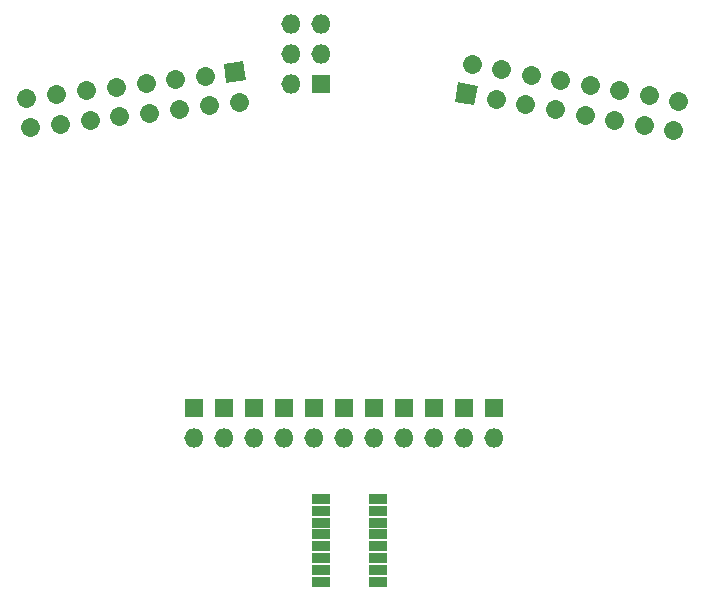
<source format=gbr>
G04 #@! TF.FileFunction,Soldermask,Bot*
%FSLAX46Y46*%
G04 Gerber Fmt 4.6, Leading zero omitted, Abs format (unit mm)*
G04 Created by KiCad (PCBNEW 4.0.7) date Sun May  6 01:29:27 2018*
%MOMM*%
%LPD*%
G01*
G04 APERTURE LIST*
%ADD10C,0.100000*%
%ADD11R,1.640000X0.840000*%
%ADD12C,1.640000*%
%ADD13R,1.640000X1.640000*%
%ADD14O,1.640000X1.640000*%
G04 APERTURE END LIST*
D10*
D11*
X47350000Y1575000D03*
X47350000Y2575000D03*
X47350000Y3575000D03*
X47350000Y4575000D03*
X47350000Y5575000D03*
X47350000Y6575000D03*
X47350000Y7575000D03*
X47350000Y8575000D03*
X52150000Y1575000D03*
X52150000Y2575000D03*
X52150000Y3575000D03*
X52150000Y4575000D03*
X52150000Y5575000D03*
X52150000Y6575000D03*
X52150000Y7575000D03*
X52150000Y8575000D03*
D10*
G36*
X39120093Y45440672D02*
X40747869Y45640538D01*
X40947735Y44012762D01*
X39319959Y43812896D01*
X39120093Y45440672D01*
X39120093Y45440672D01*
G37*
D12*
X40343462Y42205650D02*
X40343462Y42205650D01*
X37512847Y44417169D02*
X37512847Y44417169D01*
X37822395Y41896102D02*
X37822395Y41896102D01*
X34991780Y44107621D02*
X34991780Y44107621D01*
X35301328Y41586554D02*
X35301328Y41586554D01*
X32470712Y43798073D02*
X32470712Y43798073D01*
X32780260Y41277005D02*
X32780260Y41277005D01*
X29949645Y43488524D02*
X29949645Y43488524D01*
X30259193Y40967457D02*
X30259193Y40967457D01*
X27428578Y43178976D02*
X27428578Y43178976D01*
X27738126Y40657909D02*
X27738126Y40657909D01*
X24907511Y42869428D02*
X24907511Y42869428D01*
X25217059Y40348361D02*
X25217059Y40348361D01*
X22386443Y42559880D02*
X22386443Y42559880D01*
X22695992Y40038813D02*
X22695992Y40038813D01*
D13*
X47290000Y43710000D03*
D14*
X44750000Y43710000D03*
X47290000Y46250000D03*
X44750000Y46250000D03*
X47290000Y48790000D03*
X44750000Y48790000D03*
D10*
G36*
X60294850Y41946853D02*
X58679765Y42231636D01*
X58964548Y43846721D01*
X60579633Y43561938D01*
X60294850Y41946853D01*
X60294850Y41946853D01*
G37*
D12*
X60070765Y45398199D02*
X60070765Y45398199D01*
X62131111Y42455721D02*
X62131111Y42455721D01*
X62572177Y44957132D02*
X62572177Y44957132D01*
X64632522Y42014654D02*
X64632522Y42014654D01*
X65073589Y44516066D02*
X65073589Y44516066D01*
X67133934Y41573588D02*
X67133934Y41573588D01*
X67575000Y44075000D02*
X67575000Y44075000D01*
X69635346Y41132522D02*
X69635346Y41132522D01*
X70076412Y43633933D02*
X70076412Y43633933D01*
X72136757Y40691455D02*
X72136757Y40691455D01*
X72577824Y43192867D02*
X72577824Y43192867D01*
X74638169Y40250389D02*
X74638169Y40250389D01*
X75079236Y42751800D02*
X75079236Y42751800D01*
X77139581Y39809322D02*
X77139581Y39809322D01*
X77580647Y42310734D02*
X77580647Y42310734D01*
D13*
X59460000Y16250000D03*
D14*
X59460000Y13710000D03*
D13*
X62000000Y16250000D03*
D14*
X62000000Y13710000D03*
D13*
X51840000Y16250000D03*
D14*
X51840000Y13710000D03*
D13*
X54380000Y16250000D03*
D14*
X54380000Y13710000D03*
D13*
X56920000Y16250000D03*
D14*
X56920000Y13710000D03*
D13*
X36600000Y16250000D03*
D14*
X36600000Y13710000D03*
D13*
X39140000Y16250000D03*
D14*
X39140000Y13710000D03*
D13*
X44220000Y16250000D03*
D14*
X44220000Y13710000D03*
D13*
X41680000Y16250000D03*
D14*
X41680000Y13710000D03*
D13*
X46760000Y16250000D03*
D14*
X46760000Y13710000D03*
D13*
X49300000Y16250000D03*
D14*
X49300000Y13710000D03*
M02*

</source>
